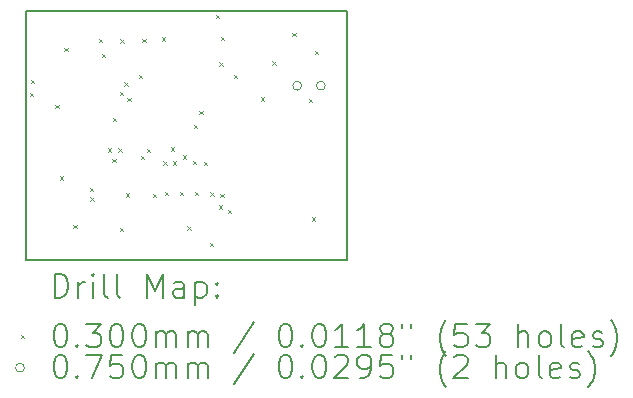
<source format=gbr>
%TF.GenerationSoftware,KiCad,Pcbnew,(6.0.7)*%
%TF.CreationDate,2022-10-10T13:16:40-04:00*%
%TF.ProjectId,dumbwatch,64756d62-7761-4746-9368-2e6b69636164,rev?*%
%TF.SameCoordinates,Original*%
%TF.FileFunction,Drillmap*%
%TF.FilePolarity,Positive*%
%FSLAX45Y45*%
G04 Gerber Fmt 4.5, Leading zero omitted, Abs format (unit mm)*
G04 Created by KiCad (PCBNEW (6.0.7)) date 2022-10-10 13:16:40*
%MOMM*%
%LPD*%
G01*
G04 APERTURE LIST*
%ADD10C,0.200000*%
%ADD11C,0.030000*%
%ADD12C,0.075000*%
G04 APERTURE END LIST*
D10*
X10236200Y-13665200D02*
X12954000Y-13665200D01*
X12954000Y-13665200D02*
X12954000Y-11557000D01*
X12954000Y-11557000D02*
X10236200Y-11557000D01*
X10236200Y-11557000D02*
X10236200Y-13665200D01*
D11*
X10272000Y-12253200D02*
X10302000Y-12283200D01*
X10302000Y-12253200D02*
X10272000Y-12283200D01*
X10281052Y-12142981D02*
X10311052Y-12172981D01*
X10311052Y-12142981D02*
X10281052Y-12172981D01*
X10487900Y-12354800D02*
X10517900Y-12384800D01*
X10517900Y-12354800D02*
X10487900Y-12384800D01*
X10526000Y-12959850D02*
X10556000Y-12989850D01*
X10556000Y-12959850D02*
X10526000Y-12989850D01*
X10564100Y-11872200D02*
X10594100Y-11902200D01*
X10594100Y-11872200D02*
X10564100Y-11902200D01*
X10640300Y-13370800D02*
X10670300Y-13400800D01*
X10670300Y-13370800D02*
X10640300Y-13400800D01*
X10779987Y-13054243D02*
X10809987Y-13084243D01*
X10809987Y-13054243D02*
X10779987Y-13084243D01*
X10783390Y-13134121D02*
X10813390Y-13164121D01*
X10813390Y-13134121D02*
X10783390Y-13164121D01*
X10856200Y-11796000D02*
X10886200Y-11826000D01*
X10886200Y-11796000D02*
X10856200Y-11826000D01*
X10881600Y-11923000D02*
X10911600Y-11953000D01*
X10911600Y-11923000D02*
X10881600Y-11953000D01*
X10932400Y-12723100D02*
X10962400Y-12753100D01*
X10962400Y-12723100D02*
X10932400Y-12753100D01*
X10970500Y-12812000D02*
X11000500Y-12842000D01*
X11000500Y-12812000D02*
X10970500Y-12842000D01*
X10974334Y-12463560D02*
X11004334Y-12493560D01*
X11004334Y-12463560D02*
X10974334Y-12493560D01*
X11021300Y-12723100D02*
X11051300Y-12753100D01*
X11051300Y-12723100D02*
X11021300Y-12753100D01*
X11034000Y-13396200D02*
X11064000Y-13426200D01*
X11064000Y-13396200D02*
X11034000Y-13426200D01*
X11034729Y-12244520D02*
X11064729Y-12274520D01*
X11064729Y-12244520D02*
X11034729Y-12274520D01*
X11038404Y-11800404D02*
X11068404Y-11830404D01*
X11068404Y-11800404D02*
X11038404Y-11830404D01*
X11072100Y-12164300D02*
X11102100Y-12194300D01*
X11102100Y-12164300D02*
X11072100Y-12194300D01*
X11084800Y-13104100D02*
X11114800Y-13134100D01*
X11114800Y-13104100D02*
X11084800Y-13134100D01*
X11097500Y-12294750D02*
X11127500Y-12324750D01*
X11127500Y-12294750D02*
X11097500Y-12324750D01*
X11194436Y-12097410D02*
X11224436Y-12127410D01*
X11224436Y-12097410D02*
X11194436Y-12127410D01*
X11210635Y-12785435D02*
X11240635Y-12815435D01*
X11240635Y-12785435D02*
X11210635Y-12815435D01*
X11224500Y-11796000D02*
X11254500Y-11826000D01*
X11254500Y-11796000D02*
X11224500Y-11826000D01*
X11262066Y-12724223D02*
X11292066Y-12754223D01*
X11292066Y-12724223D02*
X11262066Y-12754223D01*
X11313591Y-13106000D02*
X11343591Y-13136000D01*
X11343591Y-13106000D02*
X11313591Y-13136000D01*
X11389600Y-11783130D02*
X11419600Y-11813130D01*
X11419600Y-11783130D02*
X11389600Y-11813130D01*
X11402300Y-12831300D02*
X11432300Y-12861300D01*
X11432300Y-12831300D02*
X11402300Y-12861300D01*
X11415000Y-13091450D02*
X11445000Y-13121450D01*
X11445000Y-13091450D02*
X11415000Y-13121450D01*
X11465800Y-12711080D02*
X11495800Y-12741080D01*
X11495800Y-12711080D02*
X11465800Y-12741080D01*
X11482250Y-12831300D02*
X11512250Y-12861300D01*
X11512250Y-12831300D02*
X11482250Y-12861300D01*
X11542000Y-13091400D02*
X11572000Y-13121400D01*
X11572000Y-13091400D02*
X11542000Y-13121400D01*
X11567400Y-12781995D02*
X11597400Y-12811995D01*
X11597400Y-12781995D02*
X11567400Y-12811995D01*
X11605500Y-13383500D02*
X11635500Y-13413500D01*
X11635500Y-13383500D02*
X11605500Y-13413500D01*
X11651896Y-12829104D02*
X11681896Y-12859104D01*
X11681896Y-12829104D02*
X11651896Y-12859104D01*
X11658440Y-12522040D02*
X11688440Y-12552040D01*
X11688440Y-12522040D02*
X11658440Y-12552040D01*
X11669070Y-13091469D02*
X11699070Y-13121469D01*
X11699070Y-13091469D02*
X11669070Y-13121469D01*
X11707100Y-12405600D02*
X11737100Y-12435600D01*
X11737100Y-12405600D02*
X11707100Y-12435600D01*
X11745200Y-12837400D02*
X11775200Y-12867400D01*
X11775200Y-12837400D02*
X11745200Y-12867400D01*
X11796000Y-13523200D02*
X11826000Y-13553200D01*
X11826000Y-13523200D02*
X11796000Y-13553200D01*
X11797480Y-13093004D02*
X11827480Y-13123004D01*
X11827480Y-13093004D02*
X11797480Y-13123004D01*
X11846800Y-11592800D02*
X11876800Y-11622800D01*
X11876800Y-11592800D02*
X11846800Y-11622800D01*
X11872200Y-13205700D02*
X11902200Y-13235700D01*
X11902200Y-13205700D02*
X11872200Y-13235700D01*
X11877350Y-11995541D02*
X11907350Y-12025541D01*
X11907350Y-11995541D02*
X11877350Y-12025541D01*
X11884900Y-13106250D02*
X11914900Y-13136250D01*
X11914900Y-13106250D02*
X11884900Y-13136250D01*
X11889304Y-11776746D02*
X11919304Y-11806746D01*
X11919304Y-11776746D02*
X11889304Y-11806746D01*
X11948400Y-13243800D02*
X11978400Y-13273800D01*
X11978400Y-13243800D02*
X11948400Y-13273800D01*
X11999200Y-12100800D02*
X12029200Y-12130800D01*
X12029200Y-12100800D02*
X11999200Y-12130800D01*
X12227800Y-12291300D02*
X12257800Y-12321300D01*
X12257800Y-12291300D02*
X12227800Y-12321300D01*
X12323881Y-11983502D02*
X12353881Y-12013502D01*
X12353881Y-11983502D02*
X12323881Y-12013502D01*
X12494500Y-11745200D02*
X12524500Y-11775200D01*
X12524500Y-11745200D02*
X12494500Y-11775200D01*
X12634200Y-12304000D02*
X12664200Y-12334000D01*
X12664200Y-12304000D02*
X12634200Y-12334000D01*
X12659600Y-13307300D02*
X12689600Y-13337300D01*
X12689600Y-13307300D02*
X12659600Y-13337300D01*
X12685000Y-11897600D02*
X12715000Y-11927600D01*
X12715000Y-11897600D02*
X12685000Y-11927600D01*
D12*
X12574000Y-12192000D02*
G75*
G03*
X12574000Y-12192000I-37500J0D01*
G01*
X12774000Y-12192000D02*
G75*
G03*
X12774000Y-12192000I-37500J0D01*
G01*
D10*
X10483819Y-13985676D02*
X10483819Y-13785676D01*
X10531438Y-13785676D01*
X10560010Y-13795200D01*
X10579057Y-13814248D01*
X10588581Y-13833295D01*
X10598105Y-13871390D01*
X10598105Y-13899962D01*
X10588581Y-13938057D01*
X10579057Y-13957105D01*
X10560010Y-13976152D01*
X10531438Y-13985676D01*
X10483819Y-13985676D01*
X10683819Y-13985676D02*
X10683819Y-13852343D01*
X10683819Y-13890438D02*
X10693343Y-13871390D01*
X10702867Y-13861867D01*
X10721914Y-13852343D01*
X10740962Y-13852343D01*
X10807629Y-13985676D02*
X10807629Y-13852343D01*
X10807629Y-13785676D02*
X10798105Y-13795200D01*
X10807629Y-13804724D01*
X10817152Y-13795200D01*
X10807629Y-13785676D01*
X10807629Y-13804724D01*
X10931438Y-13985676D02*
X10912390Y-13976152D01*
X10902867Y-13957105D01*
X10902867Y-13785676D01*
X11036200Y-13985676D02*
X11017152Y-13976152D01*
X11007629Y-13957105D01*
X11007629Y-13785676D01*
X11264771Y-13985676D02*
X11264771Y-13785676D01*
X11331438Y-13928533D01*
X11398105Y-13785676D01*
X11398105Y-13985676D01*
X11579057Y-13985676D02*
X11579057Y-13880914D01*
X11569533Y-13861867D01*
X11550486Y-13852343D01*
X11512390Y-13852343D01*
X11493343Y-13861867D01*
X11579057Y-13976152D02*
X11560009Y-13985676D01*
X11512390Y-13985676D01*
X11493343Y-13976152D01*
X11483819Y-13957105D01*
X11483819Y-13938057D01*
X11493343Y-13919009D01*
X11512390Y-13909486D01*
X11560009Y-13909486D01*
X11579057Y-13899962D01*
X11674295Y-13852343D02*
X11674295Y-14052343D01*
X11674295Y-13861867D02*
X11693343Y-13852343D01*
X11731438Y-13852343D01*
X11750486Y-13861867D01*
X11760009Y-13871390D01*
X11769533Y-13890438D01*
X11769533Y-13947581D01*
X11760009Y-13966628D01*
X11750486Y-13976152D01*
X11731438Y-13985676D01*
X11693343Y-13985676D01*
X11674295Y-13976152D01*
X11855248Y-13966628D02*
X11864771Y-13976152D01*
X11855248Y-13985676D01*
X11845724Y-13976152D01*
X11855248Y-13966628D01*
X11855248Y-13985676D01*
X11855248Y-13861867D02*
X11864771Y-13871390D01*
X11855248Y-13880914D01*
X11845724Y-13871390D01*
X11855248Y-13861867D01*
X11855248Y-13880914D01*
D11*
X10196200Y-14300200D02*
X10226200Y-14330200D01*
X10226200Y-14300200D02*
X10196200Y-14330200D01*
D10*
X10521914Y-14205676D02*
X10540962Y-14205676D01*
X10560010Y-14215200D01*
X10569533Y-14224724D01*
X10579057Y-14243771D01*
X10588581Y-14281867D01*
X10588581Y-14329486D01*
X10579057Y-14367581D01*
X10569533Y-14386628D01*
X10560010Y-14396152D01*
X10540962Y-14405676D01*
X10521914Y-14405676D01*
X10502867Y-14396152D01*
X10493343Y-14386628D01*
X10483819Y-14367581D01*
X10474295Y-14329486D01*
X10474295Y-14281867D01*
X10483819Y-14243771D01*
X10493343Y-14224724D01*
X10502867Y-14215200D01*
X10521914Y-14205676D01*
X10674295Y-14386628D02*
X10683819Y-14396152D01*
X10674295Y-14405676D01*
X10664771Y-14396152D01*
X10674295Y-14386628D01*
X10674295Y-14405676D01*
X10750486Y-14205676D02*
X10874295Y-14205676D01*
X10807629Y-14281867D01*
X10836200Y-14281867D01*
X10855248Y-14291390D01*
X10864771Y-14300914D01*
X10874295Y-14319962D01*
X10874295Y-14367581D01*
X10864771Y-14386628D01*
X10855248Y-14396152D01*
X10836200Y-14405676D01*
X10779057Y-14405676D01*
X10760010Y-14396152D01*
X10750486Y-14386628D01*
X10998105Y-14205676D02*
X11017152Y-14205676D01*
X11036200Y-14215200D01*
X11045724Y-14224724D01*
X11055248Y-14243771D01*
X11064771Y-14281867D01*
X11064771Y-14329486D01*
X11055248Y-14367581D01*
X11045724Y-14386628D01*
X11036200Y-14396152D01*
X11017152Y-14405676D01*
X10998105Y-14405676D01*
X10979057Y-14396152D01*
X10969533Y-14386628D01*
X10960010Y-14367581D01*
X10950486Y-14329486D01*
X10950486Y-14281867D01*
X10960010Y-14243771D01*
X10969533Y-14224724D01*
X10979057Y-14215200D01*
X10998105Y-14205676D01*
X11188581Y-14205676D02*
X11207628Y-14205676D01*
X11226676Y-14215200D01*
X11236200Y-14224724D01*
X11245724Y-14243771D01*
X11255248Y-14281867D01*
X11255248Y-14329486D01*
X11245724Y-14367581D01*
X11236200Y-14386628D01*
X11226676Y-14396152D01*
X11207628Y-14405676D01*
X11188581Y-14405676D01*
X11169533Y-14396152D01*
X11160010Y-14386628D01*
X11150486Y-14367581D01*
X11140962Y-14329486D01*
X11140962Y-14281867D01*
X11150486Y-14243771D01*
X11160010Y-14224724D01*
X11169533Y-14215200D01*
X11188581Y-14205676D01*
X11340962Y-14405676D02*
X11340962Y-14272343D01*
X11340962Y-14291390D02*
X11350486Y-14281867D01*
X11369533Y-14272343D01*
X11398105Y-14272343D01*
X11417152Y-14281867D01*
X11426676Y-14300914D01*
X11426676Y-14405676D01*
X11426676Y-14300914D02*
X11436200Y-14281867D01*
X11455248Y-14272343D01*
X11483819Y-14272343D01*
X11502867Y-14281867D01*
X11512390Y-14300914D01*
X11512390Y-14405676D01*
X11607628Y-14405676D02*
X11607628Y-14272343D01*
X11607628Y-14291390D02*
X11617152Y-14281867D01*
X11636200Y-14272343D01*
X11664771Y-14272343D01*
X11683819Y-14281867D01*
X11693343Y-14300914D01*
X11693343Y-14405676D01*
X11693343Y-14300914D02*
X11702867Y-14281867D01*
X11721914Y-14272343D01*
X11750486Y-14272343D01*
X11769533Y-14281867D01*
X11779057Y-14300914D01*
X11779057Y-14405676D01*
X12169533Y-14196152D02*
X11998105Y-14453295D01*
X12426676Y-14205676D02*
X12445724Y-14205676D01*
X12464771Y-14215200D01*
X12474295Y-14224724D01*
X12483819Y-14243771D01*
X12493343Y-14281867D01*
X12493343Y-14329486D01*
X12483819Y-14367581D01*
X12474295Y-14386628D01*
X12464771Y-14396152D01*
X12445724Y-14405676D01*
X12426676Y-14405676D01*
X12407628Y-14396152D01*
X12398105Y-14386628D01*
X12388581Y-14367581D01*
X12379057Y-14329486D01*
X12379057Y-14281867D01*
X12388581Y-14243771D01*
X12398105Y-14224724D01*
X12407628Y-14215200D01*
X12426676Y-14205676D01*
X12579057Y-14386628D02*
X12588581Y-14396152D01*
X12579057Y-14405676D01*
X12569533Y-14396152D01*
X12579057Y-14386628D01*
X12579057Y-14405676D01*
X12712390Y-14205676D02*
X12731438Y-14205676D01*
X12750486Y-14215200D01*
X12760009Y-14224724D01*
X12769533Y-14243771D01*
X12779057Y-14281867D01*
X12779057Y-14329486D01*
X12769533Y-14367581D01*
X12760009Y-14386628D01*
X12750486Y-14396152D01*
X12731438Y-14405676D01*
X12712390Y-14405676D01*
X12693343Y-14396152D01*
X12683819Y-14386628D01*
X12674295Y-14367581D01*
X12664771Y-14329486D01*
X12664771Y-14281867D01*
X12674295Y-14243771D01*
X12683819Y-14224724D01*
X12693343Y-14215200D01*
X12712390Y-14205676D01*
X12969533Y-14405676D02*
X12855248Y-14405676D01*
X12912390Y-14405676D02*
X12912390Y-14205676D01*
X12893343Y-14234248D01*
X12874295Y-14253295D01*
X12855248Y-14262819D01*
X13160009Y-14405676D02*
X13045724Y-14405676D01*
X13102867Y-14405676D02*
X13102867Y-14205676D01*
X13083819Y-14234248D01*
X13064771Y-14253295D01*
X13045724Y-14262819D01*
X13274295Y-14291390D02*
X13255248Y-14281867D01*
X13245724Y-14272343D01*
X13236200Y-14253295D01*
X13236200Y-14243771D01*
X13245724Y-14224724D01*
X13255248Y-14215200D01*
X13274295Y-14205676D01*
X13312390Y-14205676D01*
X13331438Y-14215200D01*
X13340962Y-14224724D01*
X13350486Y-14243771D01*
X13350486Y-14253295D01*
X13340962Y-14272343D01*
X13331438Y-14281867D01*
X13312390Y-14291390D01*
X13274295Y-14291390D01*
X13255248Y-14300914D01*
X13245724Y-14310438D01*
X13236200Y-14329486D01*
X13236200Y-14367581D01*
X13245724Y-14386628D01*
X13255248Y-14396152D01*
X13274295Y-14405676D01*
X13312390Y-14405676D01*
X13331438Y-14396152D01*
X13340962Y-14386628D01*
X13350486Y-14367581D01*
X13350486Y-14329486D01*
X13340962Y-14310438D01*
X13331438Y-14300914D01*
X13312390Y-14291390D01*
X13426676Y-14205676D02*
X13426676Y-14243771D01*
X13502867Y-14205676D02*
X13502867Y-14243771D01*
X13798105Y-14481867D02*
X13788581Y-14472343D01*
X13769533Y-14443771D01*
X13760009Y-14424724D01*
X13750486Y-14396152D01*
X13740962Y-14348533D01*
X13740962Y-14310438D01*
X13750486Y-14262819D01*
X13760009Y-14234248D01*
X13769533Y-14215200D01*
X13788581Y-14186628D01*
X13798105Y-14177105D01*
X13969533Y-14205676D02*
X13874295Y-14205676D01*
X13864771Y-14300914D01*
X13874295Y-14291390D01*
X13893343Y-14281867D01*
X13940962Y-14281867D01*
X13960009Y-14291390D01*
X13969533Y-14300914D01*
X13979057Y-14319962D01*
X13979057Y-14367581D01*
X13969533Y-14386628D01*
X13960009Y-14396152D01*
X13940962Y-14405676D01*
X13893343Y-14405676D01*
X13874295Y-14396152D01*
X13864771Y-14386628D01*
X14045724Y-14205676D02*
X14169533Y-14205676D01*
X14102867Y-14281867D01*
X14131438Y-14281867D01*
X14150486Y-14291390D01*
X14160009Y-14300914D01*
X14169533Y-14319962D01*
X14169533Y-14367581D01*
X14160009Y-14386628D01*
X14150486Y-14396152D01*
X14131438Y-14405676D01*
X14074295Y-14405676D01*
X14055248Y-14396152D01*
X14045724Y-14386628D01*
X14407628Y-14405676D02*
X14407628Y-14205676D01*
X14493343Y-14405676D02*
X14493343Y-14300914D01*
X14483819Y-14281867D01*
X14464771Y-14272343D01*
X14436200Y-14272343D01*
X14417152Y-14281867D01*
X14407628Y-14291390D01*
X14617152Y-14405676D02*
X14598105Y-14396152D01*
X14588581Y-14386628D01*
X14579057Y-14367581D01*
X14579057Y-14310438D01*
X14588581Y-14291390D01*
X14598105Y-14281867D01*
X14617152Y-14272343D01*
X14645724Y-14272343D01*
X14664771Y-14281867D01*
X14674295Y-14291390D01*
X14683819Y-14310438D01*
X14683819Y-14367581D01*
X14674295Y-14386628D01*
X14664771Y-14396152D01*
X14645724Y-14405676D01*
X14617152Y-14405676D01*
X14798105Y-14405676D02*
X14779057Y-14396152D01*
X14769533Y-14377105D01*
X14769533Y-14205676D01*
X14950486Y-14396152D02*
X14931438Y-14405676D01*
X14893343Y-14405676D01*
X14874295Y-14396152D01*
X14864771Y-14377105D01*
X14864771Y-14300914D01*
X14874295Y-14281867D01*
X14893343Y-14272343D01*
X14931438Y-14272343D01*
X14950486Y-14281867D01*
X14960009Y-14300914D01*
X14960009Y-14319962D01*
X14864771Y-14339009D01*
X15036200Y-14396152D02*
X15055248Y-14405676D01*
X15093343Y-14405676D01*
X15112390Y-14396152D01*
X15121914Y-14377105D01*
X15121914Y-14367581D01*
X15112390Y-14348533D01*
X15093343Y-14339009D01*
X15064771Y-14339009D01*
X15045724Y-14329486D01*
X15036200Y-14310438D01*
X15036200Y-14300914D01*
X15045724Y-14281867D01*
X15064771Y-14272343D01*
X15093343Y-14272343D01*
X15112390Y-14281867D01*
X15188581Y-14481867D02*
X15198105Y-14472343D01*
X15217152Y-14443771D01*
X15226676Y-14424724D01*
X15236200Y-14396152D01*
X15245724Y-14348533D01*
X15245724Y-14310438D01*
X15236200Y-14262819D01*
X15226676Y-14234248D01*
X15217152Y-14215200D01*
X15198105Y-14186628D01*
X15188581Y-14177105D01*
D12*
X10226200Y-14579200D02*
G75*
G03*
X10226200Y-14579200I-37500J0D01*
G01*
D10*
X10521914Y-14469676D02*
X10540962Y-14469676D01*
X10560010Y-14479200D01*
X10569533Y-14488724D01*
X10579057Y-14507771D01*
X10588581Y-14545867D01*
X10588581Y-14593486D01*
X10579057Y-14631581D01*
X10569533Y-14650628D01*
X10560010Y-14660152D01*
X10540962Y-14669676D01*
X10521914Y-14669676D01*
X10502867Y-14660152D01*
X10493343Y-14650628D01*
X10483819Y-14631581D01*
X10474295Y-14593486D01*
X10474295Y-14545867D01*
X10483819Y-14507771D01*
X10493343Y-14488724D01*
X10502867Y-14479200D01*
X10521914Y-14469676D01*
X10674295Y-14650628D02*
X10683819Y-14660152D01*
X10674295Y-14669676D01*
X10664771Y-14660152D01*
X10674295Y-14650628D01*
X10674295Y-14669676D01*
X10750486Y-14469676D02*
X10883819Y-14469676D01*
X10798105Y-14669676D01*
X11055248Y-14469676D02*
X10960010Y-14469676D01*
X10950486Y-14564914D01*
X10960010Y-14555390D01*
X10979057Y-14545867D01*
X11026676Y-14545867D01*
X11045724Y-14555390D01*
X11055248Y-14564914D01*
X11064771Y-14583962D01*
X11064771Y-14631581D01*
X11055248Y-14650628D01*
X11045724Y-14660152D01*
X11026676Y-14669676D01*
X10979057Y-14669676D01*
X10960010Y-14660152D01*
X10950486Y-14650628D01*
X11188581Y-14469676D02*
X11207628Y-14469676D01*
X11226676Y-14479200D01*
X11236200Y-14488724D01*
X11245724Y-14507771D01*
X11255248Y-14545867D01*
X11255248Y-14593486D01*
X11245724Y-14631581D01*
X11236200Y-14650628D01*
X11226676Y-14660152D01*
X11207628Y-14669676D01*
X11188581Y-14669676D01*
X11169533Y-14660152D01*
X11160010Y-14650628D01*
X11150486Y-14631581D01*
X11140962Y-14593486D01*
X11140962Y-14545867D01*
X11150486Y-14507771D01*
X11160010Y-14488724D01*
X11169533Y-14479200D01*
X11188581Y-14469676D01*
X11340962Y-14669676D02*
X11340962Y-14536343D01*
X11340962Y-14555390D02*
X11350486Y-14545867D01*
X11369533Y-14536343D01*
X11398105Y-14536343D01*
X11417152Y-14545867D01*
X11426676Y-14564914D01*
X11426676Y-14669676D01*
X11426676Y-14564914D02*
X11436200Y-14545867D01*
X11455248Y-14536343D01*
X11483819Y-14536343D01*
X11502867Y-14545867D01*
X11512390Y-14564914D01*
X11512390Y-14669676D01*
X11607628Y-14669676D02*
X11607628Y-14536343D01*
X11607628Y-14555390D02*
X11617152Y-14545867D01*
X11636200Y-14536343D01*
X11664771Y-14536343D01*
X11683819Y-14545867D01*
X11693343Y-14564914D01*
X11693343Y-14669676D01*
X11693343Y-14564914D02*
X11702867Y-14545867D01*
X11721914Y-14536343D01*
X11750486Y-14536343D01*
X11769533Y-14545867D01*
X11779057Y-14564914D01*
X11779057Y-14669676D01*
X12169533Y-14460152D02*
X11998105Y-14717295D01*
X12426676Y-14469676D02*
X12445724Y-14469676D01*
X12464771Y-14479200D01*
X12474295Y-14488724D01*
X12483819Y-14507771D01*
X12493343Y-14545867D01*
X12493343Y-14593486D01*
X12483819Y-14631581D01*
X12474295Y-14650628D01*
X12464771Y-14660152D01*
X12445724Y-14669676D01*
X12426676Y-14669676D01*
X12407628Y-14660152D01*
X12398105Y-14650628D01*
X12388581Y-14631581D01*
X12379057Y-14593486D01*
X12379057Y-14545867D01*
X12388581Y-14507771D01*
X12398105Y-14488724D01*
X12407628Y-14479200D01*
X12426676Y-14469676D01*
X12579057Y-14650628D02*
X12588581Y-14660152D01*
X12579057Y-14669676D01*
X12569533Y-14660152D01*
X12579057Y-14650628D01*
X12579057Y-14669676D01*
X12712390Y-14469676D02*
X12731438Y-14469676D01*
X12750486Y-14479200D01*
X12760009Y-14488724D01*
X12769533Y-14507771D01*
X12779057Y-14545867D01*
X12779057Y-14593486D01*
X12769533Y-14631581D01*
X12760009Y-14650628D01*
X12750486Y-14660152D01*
X12731438Y-14669676D01*
X12712390Y-14669676D01*
X12693343Y-14660152D01*
X12683819Y-14650628D01*
X12674295Y-14631581D01*
X12664771Y-14593486D01*
X12664771Y-14545867D01*
X12674295Y-14507771D01*
X12683819Y-14488724D01*
X12693343Y-14479200D01*
X12712390Y-14469676D01*
X12855248Y-14488724D02*
X12864771Y-14479200D01*
X12883819Y-14469676D01*
X12931438Y-14469676D01*
X12950486Y-14479200D01*
X12960009Y-14488724D01*
X12969533Y-14507771D01*
X12969533Y-14526819D01*
X12960009Y-14555390D01*
X12845724Y-14669676D01*
X12969533Y-14669676D01*
X13064771Y-14669676D02*
X13102867Y-14669676D01*
X13121914Y-14660152D01*
X13131438Y-14650628D01*
X13150486Y-14622057D01*
X13160009Y-14583962D01*
X13160009Y-14507771D01*
X13150486Y-14488724D01*
X13140962Y-14479200D01*
X13121914Y-14469676D01*
X13083819Y-14469676D01*
X13064771Y-14479200D01*
X13055248Y-14488724D01*
X13045724Y-14507771D01*
X13045724Y-14555390D01*
X13055248Y-14574438D01*
X13064771Y-14583962D01*
X13083819Y-14593486D01*
X13121914Y-14593486D01*
X13140962Y-14583962D01*
X13150486Y-14574438D01*
X13160009Y-14555390D01*
X13340962Y-14469676D02*
X13245724Y-14469676D01*
X13236200Y-14564914D01*
X13245724Y-14555390D01*
X13264771Y-14545867D01*
X13312390Y-14545867D01*
X13331438Y-14555390D01*
X13340962Y-14564914D01*
X13350486Y-14583962D01*
X13350486Y-14631581D01*
X13340962Y-14650628D01*
X13331438Y-14660152D01*
X13312390Y-14669676D01*
X13264771Y-14669676D01*
X13245724Y-14660152D01*
X13236200Y-14650628D01*
X13426676Y-14469676D02*
X13426676Y-14507771D01*
X13502867Y-14469676D02*
X13502867Y-14507771D01*
X13798105Y-14745867D02*
X13788581Y-14736343D01*
X13769533Y-14707771D01*
X13760009Y-14688724D01*
X13750486Y-14660152D01*
X13740962Y-14612533D01*
X13740962Y-14574438D01*
X13750486Y-14526819D01*
X13760009Y-14498248D01*
X13769533Y-14479200D01*
X13788581Y-14450628D01*
X13798105Y-14441105D01*
X13864771Y-14488724D02*
X13874295Y-14479200D01*
X13893343Y-14469676D01*
X13940962Y-14469676D01*
X13960009Y-14479200D01*
X13969533Y-14488724D01*
X13979057Y-14507771D01*
X13979057Y-14526819D01*
X13969533Y-14555390D01*
X13855248Y-14669676D01*
X13979057Y-14669676D01*
X14217152Y-14669676D02*
X14217152Y-14469676D01*
X14302867Y-14669676D02*
X14302867Y-14564914D01*
X14293343Y-14545867D01*
X14274295Y-14536343D01*
X14245724Y-14536343D01*
X14226676Y-14545867D01*
X14217152Y-14555390D01*
X14426676Y-14669676D02*
X14407628Y-14660152D01*
X14398105Y-14650628D01*
X14388581Y-14631581D01*
X14388581Y-14574438D01*
X14398105Y-14555390D01*
X14407628Y-14545867D01*
X14426676Y-14536343D01*
X14455248Y-14536343D01*
X14474295Y-14545867D01*
X14483819Y-14555390D01*
X14493343Y-14574438D01*
X14493343Y-14631581D01*
X14483819Y-14650628D01*
X14474295Y-14660152D01*
X14455248Y-14669676D01*
X14426676Y-14669676D01*
X14607628Y-14669676D02*
X14588581Y-14660152D01*
X14579057Y-14641105D01*
X14579057Y-14469676D01*
X14760009Y-14660152D02*
X14740962Y-14669676D01*
X14702867Y-14669676D01*
X14683819Y-14660152D01*
X14674295Y-14641105D01*
X14674295Y-14564914D01*
X14683819Y-14545867D01*
X14702867Y-14536343D01*
X14740962Y-14536343D01*
X14760009Y-14545867D01*
X14769533Y-14564914D01*
X14769533Y-14583962D01*
X14674295Y-14603009D01*
X14845724Y-14660152D02*
X14864771Y-14669676D01*
X14902867Y-14669676D01*
X14921914Y-14660152D01*
X14931438Y-14641105D01*
X14931438Y-14631581D01*
X14921914Y-14612533D01*
X14902867Y-14603009D01*
X14874295Y-14603009D01*
X14855248Y-14593486D01*
X14845724Y-14574438D01*
X14845724Y-14564914D01*
X14855248Y-14545867D01*
X14874295Y-14536343D01*
X14902867Y-14536343D01*
X14921914Y-14545867D01*
X14998105Y-14745867D02*
X15007628Y-14736343D01*
X15026676Y-14707771D01*
X15036200Y-14688724D01*
X15045724Y-14660152D01*
X15055248Y-14612533D01*
X15055248Y-14574438D01*
X15045724Y-14526819D01*
X15036200Y-14498248D01*
X15026676Y-14479200D01*
X15007628Y-14450628D01*
X14998105Y-14441105D01*
M02*

</source>
